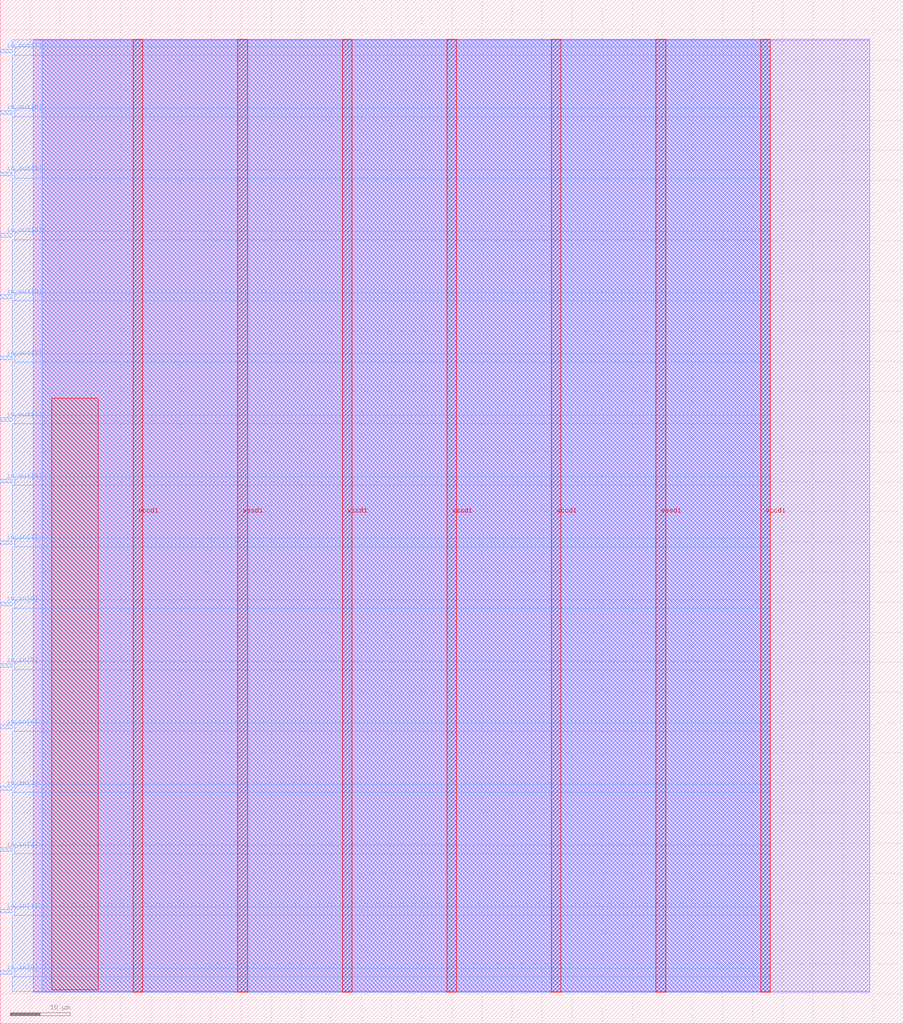
<source format=lef>
VERSION 5.7 ;
  NOWIREEXTENSIONATPIN ON ;
  DIVIDERCHAR "/" ;
  BUSBITCHARS "[]" ;
MACRO user_module_342981109408072274
  CLASS BLOCK ;
  FOREIGN user_module_342981109408072274 ;
  ORIGIN 0.000 0.000 ;
  SIZE 150.000 BY 170.000 ;
  PIN io_in[0]
    DIRECTION INPUT ;
    USE SIGNAL ;
    PORT
      LAYER met3 ;
        RECT 0.000 8.200 2.000 8.800 ;
    END
  END io_in[0]
  PIN io_in[1]
    DIRECTION INPUT ;
    USE SIGNAL ;
    PORT
      LAYER met3 ;
        RECT 0.000 18.400 2.000 19.000 ;
    END
  END io_in[1]
  PIN io_in[2]
    DIRECTION INPUT ;
    USE SIGNAL ;
    PORT
      LAYER met3 ;
        RECT 0.000 28.600 2.000 29.200 ;
    END
  END io_in[2]
  PIN io_in[3]
    DIRECTION INPUT ;
    USE SIGNAL ;
    PORT
      LAYER met3 ;
        RECT 0.000 38.800 2.000 39.400 ;
    END
  END io_in[3]
  PIN io_in[4]
    DIRECTION INPUT ;
    USE SIGNAL ;
    PORT
      LAYER met3 ;
        RECT 0.000 49.000 2.000 49.600 ;
    END
  END io_in[4]
  PIN io_in[5]
    DIRECTION INPUT ;
    USE SIGNAL ;
    PORT
      LAYER met3 ;
        RECT 0.000 59.200 2.000 59.800 ;
    END
  END io_in[5]
  PIN io_in[6]
    DIRECTION INPUT ;
    USE SIGNAL ;
    PORT
      LAYER met3 ;
        RECT 0.000 69.400 2.000 70.000 ;
    END
  END io_in[6]
  PIN io_in[7]
    DIRECTION INPUT ;
    USE SIGNAL ;
    PORT
      LAYER met3 ;
        RECT 0.000 79.600 2.000 80.200 ;
    END
  END io_in[7]
  PIN io_out[0]
    DIRECTION OUTPUT TRISTATE ;
    USE SIGNAL ;
    PORT
      LAYER met3 ;
        RECT 0.000 89.800 2.000 90.400 ;
    END
  END io_out[0]
  PIN io_out[1]
    DIRECTION OUTPUT TRISTATE ;
    USE SIGNAL ;
    PORT
      LAYER met3 ;
        RECT 0.000 100.000 2.000 100.600 ;
    END
  END io_out[1]
  PIN io_out[2]
    DIRECTION OUTPUT TRISTATE ;
    USE SIGNAL ;
    PORT
      LAYER met3 ;
        RECT 0.000 110.200 2.000 110.800 ;
    END
  END io_out[2]
  PIN io_out[3]
    DIRECTION OUTPUT TRISTATE ;
    USE SIGNAL ;
    PORT
      LAYER met3 ;
        RECT 0.000 120.400 2.000 121.000 ;
    END
  END io_out[3]
  PIN io_out[4]
    DIRECTION OUTPUT TRISTATE ;
    USE SIGNAL ;
    PORT
      LAYER met3 ;
        RECT 0.000 130.600 2.000 131.200 ;
    END
  END io_out[4]
  PIN io_out[5]
    DIRECTION OUTPUT TRISTATE ;
    USE SIGNAL ;
    PORT
      LAYER met3 ;
        RECT 0.000 140.800 2.000 141.400 ;
    END
  END io_out[5]
  PIN io_out[6]
    DIRECTION OUTPUT TRISTATE ;
    USE SIGNAL ;
    PORT
      LAYER met3 ;
        RECT 0.000 151.000 2.000 151.600 ;
    END
  END io_out[6]
  PIN io_out[7]
    DIRECTION OUTPUT TRISTATE ;
    USE SIGNAL ;
    PORT
      LAYER met3 ;
        RECT 0.000 161.200 2.000 161.800 ;
    END
  END io_out[7]
  PIN vccd1
    DIRECTION INOUT ;
    USE POWER ;
    PORT
      LAYER met4 ;
        RECT 22.090 5.200 23.690 163.440 ;
    END
    PORT
      LAYER met4 ;
        RECT 56.830 5.200 58.430 163.440 ;
    END
    PORT
      LAYER met4 ;
        RECT 91.570 5.200 93.170 163.440 ;
    END
    PORT
      LAYER met4 ;
        RECT 126.310 5.200 127.910 163.440 ;
    END
  END vccd1
  PIN vssd1
    DIRECTION INOUT ;
    USE GROUND ;
    PORT
      LAYER met4 ;
        RECT 39.460 5.200 41.060 163.440 ;
    END
    PORT
      LAYER met4 ;
        RECT 74.200 5.200 75.800 163.440 ;
    END
    PORT
      LAYER met4 ;
        RECT 108.940 5.200 110.540 163.440 ;
    END
  END vssd1
  OBS
      LAYER li1 ;
        RECT 5.520 5.355 144.440 163.285 ;
      LAYER met1 ;
        RECT 5.520 5.200 144.440 163.440 ;
      LAYER met2 ;
        RECT 6.990 5.255 127.880 163.385 ;
      LAYER met3 ;
        RECT 2.000 162.200 127.900 163.365 ;
        RECT 2.400 160.800 127.900 162.200 ;
        RECT 2.000 152.000 127.900 160.800 ;
        RECT 2.400 150.600 127.900 152.000 ;
        RECT 2.000 141.800 127.900 150.600 ;
        RECT 2.400 140.400 127.900 141.800 ;
        RECT 2.000 131.600 127.900 140.400 ;
        RECT 2.400 130.200 127.900 131.600 ;
        RECT 2.000 121.400 127.900 130.200 ;
        RECT 2.400 120.000 127.900 121.400 ;
        RECT 2.000 111.200 127.900 120.000 ;
        RECT 2.400 109.800 127.900 111.200 ;
        RECT 2.000 101.000 127.900 109.800 ;
        RECT 2.400 99.600 127.900 101.000 ;
        RECT 2.000 90.800 127.900 99.600 ;
        RECT 2.400 89.400 127.900 90.800 ;
        RECT 2.000 80.600 127.900 89.400 ;
        RECT 2.400 79.200 127.900 80.600 ;
        RECT 2.000 70.400 127.900 79.200 ;
        RECT 2.400 69.000 127.900 70.400 ;
        RECT 2.000 60.200 127.900 69.000 ;
        RECT 2.400 58.800 127.900 60.200 ;
        RECT 2.000 50.000 127.900 58.800 ;
        RECT 2.400 48.600 127.900 50.000 ;
        RECT 2.000 39.800 127.900 48.600 ;
        RECT 2.400 38.400 127.900 39.800 ;
        RECT 2.000 29.600 127.900 38.400 ;
        RECT 2.400 28.200 127.900 29.600 ;
        RECT 2.000 19.400 127.900 28.200 ;
        RECT 2.400 18.000 127.900 19.400 ;
        RECT 2.000 9.200 127.900 18.000 ;
        RECT 2.400 7.800 127.900 9.200 ;
        RECT 2.000 5.275 127.900 7.800 ;
      LAYER met4 ;
        RECT 8.575 5.615 16.265 103.865 ;
  END
END user_module_342981109408072274
END LIBRARY


</source>
